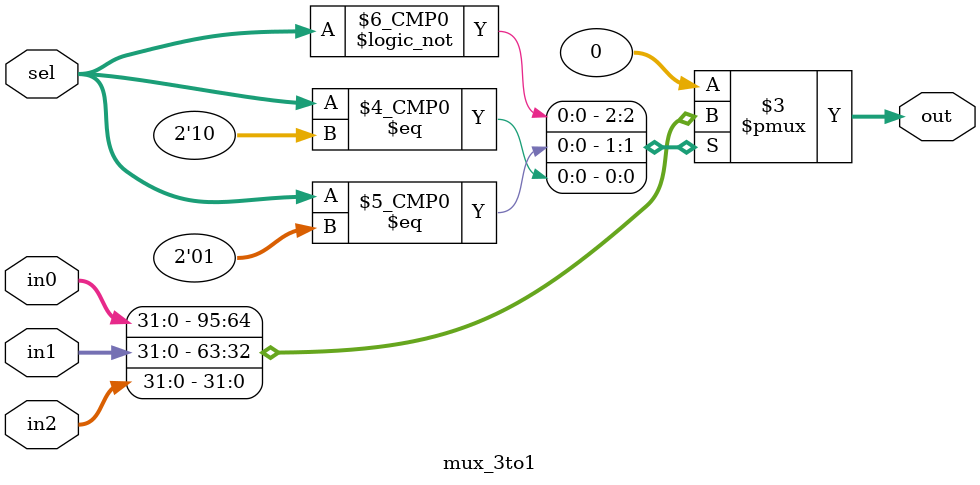
<source format=v>
module mux_3to1 (
    input [31:0] in0,          // First input
    input [31:0] in1,          // Second input
    input [31:0] in2,          // Third input
    input [1:0] sel,           // 2-bit select signal
    output reg [31:0] out      // Output
);

always @(*) begin
    case (sel)
        2'b00: out = in0;      // Select input 0
        2'b01: out = in1;      // Select input 1
        2'b10: out = in2;      // Select input 2
        default: out = 32'b0;  // Default case (if sel is undefined)
    endcase
end

endmodule

</source>
